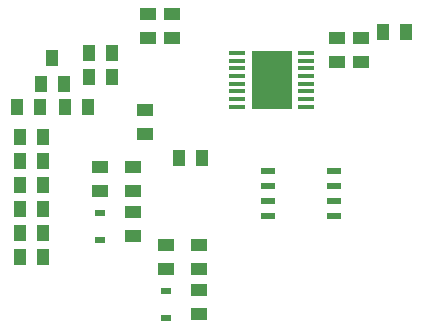
<source format=gbr>
G04 EAGLE Gerber RS-274X export*
G75*
%MOMM*%
%FSLAX34Y34*%
%LPD*%
%INSolderpaste Top*%
%IPPOS*%
%AMOC8*
5,1,8,0,0,1.08239X$1,22.5*%
G01*
%ADD10R,1.400000X1.100000*%
%ADD11R,1.100000X1.400000*%
%ADD12R,0.830000X0.630000*%
%ADD13R,1.000000X1.400000*%
%ADD14R,1.400000X0.450000*%
%ADD15R,3.400000X5.000000*%
%ADD16C,0.500000*%
%ADD17R,1.200000X0.600000*%

G36*
X570614Y408846D02*
X570614Y408846D01*
X570620Y408844D01*
X570716Y408854D01*
X570727Y408860D01*
X570741Y408859D01*
X570833Y408887D01*
X570842Y408894D01*
X570856Y408896D01*
X570941Y408942D01*
X570949Y408951D01*
X570961Y408955D01*
X571036Y409017D01*
X571042Y409027D01*
X571054Y409034D01*
X571115Y409109D01*
X571118Y409120D01*
X571128Y409129D01*
X571174Y409214D01*
X571175Y409226D01*
X571183Y409237D01*
X571211Y409329D01*
X571210Y409341D01*
X571216Y409354D01*
X571226Y409450D01*
X571224Y409456D01*
X571226Y409462D01*
X571226Y443978D01*
X571224Y443984D01*
X571226Y443990D01*
X571216Y444086D01*
X571210Y444097D01*
X571211Y444111D01*
X571183Y444203D01*
X571176Y444212D01*
X571174Y444226D01*
X571128Y444311D01*
X571119Y444319D01*
X571115Y444331D01*
X571054Y444406D01*
X571048Y444409D01*
X571046Y444413D01*
X571041Y444415D01*
X571036Y444424D01*
X570961Y444485D01*
X570950Y444488D01*
X570941Y444498D01*
X570856Y444544D01*
X570844Y444545D01*
X570833Y444553D01*
X570741Y444581D01*
X570729Y444580D01*
X570716Y444586D01*
X570620Y444596D01*
X570614Y444594D01*
X570608Y444596D01*
X546992Y444596D01*
X546986Y444594D01*
X546980Y444596D01*
X546884Y444586D01*
X546873Y444580D01*
X546859Y444581D01*
X546767Y444553D01*
X546758Y444546D01*
X546744Y444544D01*
X546659Y444498D01*
X546651Y444489D01*
X546639Y444485D01*
X546564Y444424D01*
X546558Y444413D01*
X546553Y444410D01*
X546549Y444408D01*
X546548Y444407D01*
X546547Y444406D01*
X546485Y444331D01*
X546482Y444320D01*
X546472Y444311D01*
X546426Y444226D01*
X546425Y444214D01*
X546417Y444203D01*
X546389Y444111D01*
X546390Y444099D01*
X546384Y444086D01*
X546374Y443990D01*
X546376Y443984D01*
X546374Y443978D01*
X546374Y409462D01*
X546376Y409456D01*
X546374Y409450D01*
X546384Y409354D01*
X546389Y409345D01*
X546390Y409342D01*
X546389Y409329D01*
X546417Y409237D01*
X546424Y409228D01*
X546426Y409214D01*
X546472Y409129D01*
X546481Y409121D01*
X546485Y409109D01*
X546547Y409034D01*
X546557Y409028D01*
X546564Y409017D01*
X546639Y408955D01*
X546650Y408952D01*
X546659Y408942D01*
X546744Y408896D01*
X546756Y408895D01*
X546767Y408887D01*
X546859Y408859D01*
X546871Y408860D01*
X546884Y408854D01*
X546980Y408844D01*
X546986Y408846D01*
X546992Y408844D01*
X570608Y408844D01*
X570614Y408846D01*
G37*
D10*
X614680Y442120D03*
X614680Y462120D03*
X635000Y462120D03*
X635000Y442120D03*
D11*
X652940Y467360D03*
X672940Y467360D03*
X383700Y403860D03*
X403700Y403860D03*
X363060Y403860D03*
X343060Y403860D03*
D12*
X414020Y313760D03*
X414020Y290760D03*
X469900Y247720D03*
X469900Y224720D03*
D13*
X373380Y445340D03*
X382880Y423340D03*
X363880Y423340D03*
D10*
X452120Y381160D03*
X452120Y401160D03*
X469900Y286860D03*
X469900Y266860D03*
X497840Y286860D03*
X497840Y266860D03*
X497840Y228760D03*
X497840Y248760D03*
D11*
X365600Y378460D03*
X345600Y378460D03*
X365600Y358140D03*
X345600Y358140D03*
X365600Y337820D03*
X345600Y337820D03*
X365600Y317500D03*
X345600Y317500D03*
X365600Y297180D03*
X345600Y297180D03*
X365600Y276860D03*
X345600Y276860D03*
X424020Y429260D03*
X404020Y429260D03*
X404020Y449580D03*
X424020Y449580D03*
D10*
X454660Y482440D03*
X454660Y462440D03*
X474980Y482440D03*
X474980Y462440D03*
D11*
X480220Y360680D03*
X500220Y360680D03*
D10*
X441960Y352900D03*
X441960Y332900D03*
X414020Y352900D03*
X414020Y332900D03*
X441960Y294800D03*
X441960Y314800D03*
D14*
X529300Y449470D03*
X529300Y442970D03*
X529300Y436470D03*
X529300Y429970D03*
X529300Y423470D03*
X529300Y416970D03*
X529300Y410470D03*
X529300Y403970D03*
X588300Y403970D03*
X588300Y410470D03*
X588300Y416970D03*
X588300Y423470D03*
X588300Y429970D03*
X588300Y436470D03*
X588300Y442970D03*
X588300Y449470D03*
D15*
X559054Y426720D03*
D16*
X558800Y426720D03*
X558800Y417220D03*
X558800Y436220D03*
X558800Y445720D03*
X558800Y407720D03*
X572300Y407720D03*
X572300Y445720D03*
X572300Y436220D03*
X572300Y417220D03*
X572300Y426720D03*
X545300Y426720D03*
X545300Y417220D03*
X545300Y436220D03*
X545300Y445720D03*
X545300Y407720D03*
D17*
X556200Y349250D03*
X556200Y336550D03*
X556200Y323850D03*
X556200Y311150D03*
X612200Y311150D03*
X612200Y323850D03*
X612200Y336550D03*
X612200Y349250D03*
M02*

</source>
